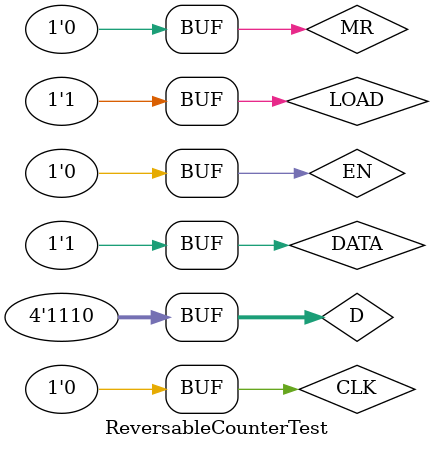
<source format=v>
`timescale 1ns / 1ps


module ReversableCounterTest;

	// Inputs
	reg LOAD;
	reg CLK;
	reg EN;
	reg DATA;
	reg MR;
	reg [3:0] D;

	// Outputs
	wire [3:0] Q;
	wire CO;

	// Instantiate the Unit Under Test (UUT)
	ReversableCounter uut (
		.LOAD(LOAD), 
		.CLK(CLK), 
		.EN(EN), 
		.DATA(DATA), 
		.MR(MR), 
		.D(D), 
		.Q(Q), 
		.CO(CO)
	);

	initial begin
		// Initialize Inputs
		LOAD = 1;
		CLK = 0;
		EN = 0;
		DATA = 0;
		MR = 0;
		D = 0;

		// Wait 100 ns for global reset to finish
		#100;
        
		// Add stimulus here
		
		// reset
		MR = 1; #10; MR = 0;
		
		EN = 1; 
		// test counting up
		DATA = 0; CLK = 1; #10; CLK = 0; #10; CLK = 1; #10; CLK = 0; #10; 
		// test counting down
		DATA = 1; CLK = 1; #10; CLK = 0; #10; CLK = 1; #10; CLK = 0; #10; 
		// test EN
		EN = 0;
		DATA = 0; CLK = 1; #10; CLK = 0;
		DATA = 1; CLK = 1; #10; CLK = 0;
		// test LOAD
		D = 4'b1100; LOAD = 0; #10; LOAD = 1; #10;
		EN = 1; DATA = 0; CLK = 1; #10; CLK = 0; #10; EN = 0; #10;
		// test CO;
		D = 4'b1110; LOAD = 0; #10; LOAD = 1; #10;
		EN = 1; DATA = 0; CLK = 1; #10; CLK = 0; #10; EN = 0; #10;
		D = 4'b0001; LOAD = 0; #10; LOAD = 1; #10;
		EN = 1; DATA = 1; CLK = 1; #10; CLK = 0; #10; EN = 0; #10;
		// test MR
		D = 4'b1110; LOAD = 0; #10; LOAD = 1; #10;
		MR = 1; #10; MR = 0; #10;
	end
      
endmodule


</source>
